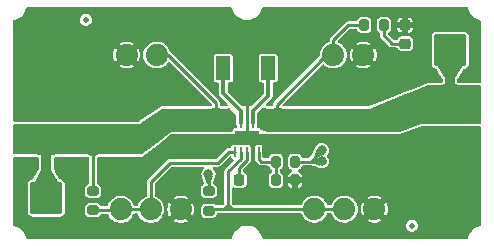
<source format=gtl>
G04 #@! TF.GenerationSoftware,KiCad,Pcbnew,8.0.3*
G04 #@! TF.CreationDate,2024-07-19T18:12:48+03:00*
G04 #@! TF.ProjectId,B-TPS63030-Brk-01Mbr-R01,422d5450-5336-4333-9033-302d42726b2d,rev?*
G04 #@! TF.SameCoordinates,Original*
G04 #@! TF.FileFunction,Copper,L1,Top*
G04 #@! TF.FilePolarity,Positive*
%FSLAX46Y46*%
G04 Gerber Fmt 4.6, Leading zero omitted, Abs format (unit mm)*
G04 Created by KiCad (PCBNEW 8.0.3) date 2024-07-19 18:12:48*
%MOMM*%
%LPD*%
G01*
G04 APERTURE LIST*
G04 Aperture macros list*
%AMRoundRect*
0 Rectangle with rounded corners*
0 $1 Rounding radius*
0 $2 $3 $4 $5 $6 $7 $8 $9 X,Y pos of 4 corners*
0 Add a 4 corners polygon primitive as box body*
4,1,4,$2,$3,$4,$5,$6,$7,$8,$9,$2,$3,0*
0 Add four circle primitives for the rounded corners*
1,1,$1+$1,$2,$3*
1,1,$1+$1,$4,$5*
1,1,$1+$1,$6,$7*
1,1,$1+$1,$8,$9*
0 Add four rect primitives between the rounded corners*
20,1,$1+$1,$2,$3,$4,$5,0*
20,1,$1+$1,$4,$5,$6,$7,0*
20,1,$1+$1,$6,$7,$8,$9,0*
20,1,$1+$1,$8,$9,$2,$3,0*%
G04 Aperture macros list end*
G04 #@! TA.AperFunction,ComponentPad*
%ADD10C,1.879600*%
G04 #@! TD*
G04 #@! TA.AperFunction,SMDPad,CuDef*
%ADD11RoundRect,0.218750X-0.256250X0.218750X-0.256250X-0.218750X0.256250X-0.218750X0.256250X0.218750X0*%
G04 #@! TD*
G04 #@! TA.AperFunction,ComponentPad*
%ADD12O,2.000000X1.700000*%
G04 #@! TD*
G04 #@! TA.AperFunction,ComponentPad*
%ADD13RoundRect,0.250000X-0.750000X0.600000X-0.750000X-0.600000X0.750000X-0.600000X0.750000X0.600000X0*%
G04 #@! TD*
G04 #@! TA.AperFunction,ComponentPad*
%ADD14RoundRect,0.250000X-1.125000X-1.125000X1.125000X-1.125000X1.125000X1.125000X-1.125000X1.125000X0*%
G04 #@! TD*
G04 #@! TA.AperFunction,SMDPad,CuDef*
%ADD15RoundRect,0.200000X-0.200000X-0.275000X0.200000X-0.275000X0.200000X0.275000X-0.200000X0.275000X0*%
G04 #@! TD*
G04 #@! TA.AperFunction,SMDPad,CuDef*
%ADD16C,0.500000*%
G04 #@! TD*
G04 #@! TA.AperFunction,SMDPad,CuDef*
%ADD17RoundRect,0.200000X0.200000X0.275000X-0.200000X0.275000X-0.200000X-0.275000X0.200000X-0.275000X0*%
G04 #@! TD*
G04 #@! TA.AperFunction,SMDPad,CuDef*
%ADD18RoundRect,0.200000X-0.275000X0.200000X-0.275000X-0.200000X0.275000X-0.200000X0.275000X0.200000X0*%
G04 #@! TD*
G04 #@! TA.AperFunction,SMDPad,CuDef*
%ADD19RoundRect,0.225000X-0.250000X0.225000X-0.250000X-0.225000X0.250000X-0.225000X0.250000X0.225000X0*%
G04 #@! TD*
G04 #@! TA.AperFunction,SMDPad,CuDef*
%ADD20R,1.200000X2.000000*%
G04 #@! TD*
G04 #@! TA.AperFunction,ComponentPad*
%ADD21RoundRect,0.250000X0.750000X-0.600000X0.750000X0.600000X-0.750000X0.600000X-0.750000X-0.600000X0*%
G04 #@! TD*
G04 #@! TA.AperFunction,SMDPad,CuDef*
%ADD22RoundRect,0.225000X-0.225000X-0.250000X0.225000X-0.250000X0.225000X0.250000X-0.225000X0.250000X0*%
G04 #@! TD*
G04 #@! TA.AperFunction,SMDPad,CuDef*
%ADD23RoundRect,0.062500X-0.062500X0.350000X-0.062500X-0.350000X0.062500X-0.350000X0.062500X0.350000X0*%
G04 #@! TD*
G04 #@! TA.AperFunction,SMDPad,CuDef*
%ADD24R,2.000000X1.200000*%
G04 #@! TD*
G04 #@! TA.AperFunction,ViaPad*
%ADD25C,0.800000*%
G04 #@! TD*
G04 #@! TA.AperFunction,Conductor*
%ADD26C,0.849000*%
G04 #@! TD*
G04 #@! TA.AperFunction,Conductor*
%ADD27C,0.250000*%
G04 #@! TD*
G04 #@! TA.AperFunction,Conductor*
%ADD28C,0.350000*%
G04 #@! TD*
G04 APERTURE END LIST*
D10*
X171215000Y-95925000D03*
X168675000Y-95925000D03*
X166135000Y-95925000D03*
D11*
X190210000Y-80312500D03*
X190210000Y-81887500D03*
D12*
X194000000Y-87450000D03*
D13*
X194000000Y-89950000D03*
D14*
X194025000Y-82450000D03*
X159825000Y-82450000D03*
D15*
X179250000Y-91875000D03*
X180900000Y-91875000D03*
D16*
X190770000Y-97310000D03*
D10*
X169170000Y-82850000D03*
X166630000Y-82850000D03*
D16*
X163180000Y-79880000D03*
D10*
X184130000Y-82850000D03*
X186670000Y-82850000D03*
D17*
X180900000Y-93425000D03*
X179250000Y-93425000D03*
D18*
X173575000Y-94375000D03*
X173575000Y-96025000D03*
D19*
X174225000Y-88625000D03*
X174225000Y-90175000D03*
D20*
X178600000Y-83975000D03*
X174800000Y-83975000D03*
D12*
X159825000Y-89950000D03*
D21*
X159825000Y-87450000D03*
D14*
X159825000Y-94950000D03*
D10*
X187605000Y-95900000D03*
X185065000Y-95900000D03*
X182525000Y-95900000D03*
D22*
X176150000Y-93425000D03*
X177700000Y-93425000D03*
D19*
X180925000Y-88625000D03*
X180925000Y-90175000D03*
D23*
X177800000Y-88625000D03*
X177300000Y-88625000D03*
X176800000Y-88625000D03*
X176300000Y-88625000D03*
X175800000Y-88625000D03*
X175800000Y-91050000D03*
X176300000Y-91050000D03*
X176800000Y-91050000D03*
X177300000Y-91050000D03*
X177800000Y-91050000D03*
D24*
X176800000Y-89837500D03*
D18*
X163800000Y-94350000D03*
X163800000Y-96000000D03*
D15*
X186755000Y-80320000D03*
X188405000Y-80320000D03*
D14*
X194000000Y-94950000D03*
D19*
X179325000Y-88625000D03*
X179325000Y-90175000D03*
D25*
X168220000Y-89530000D03*
X173550000Y-92950000D03*
X173500000Y-82350000D03*
X177425000Y-89875000D03*
X176700000Y-83975000D03*
X179875000Y-82350000D03*
X182200000Y-90150000D03*
X171770000Y-90790000D03*
X178175000Y-94975000D03*
X176050000Y-85375000D03*
X176200000Y-89850000D03*
X176700000Y-82525000D03*
X179850000Y-84450000D03*
X173475000Y-84450000D03*
X181100000Y-86600000D03*
X179850000Y-83400000D03*
X167500000Y-93950000D03*
X176800000Y-86450000D03*
X172675000Y-86650000D03*
X173475000Y-83400000D03*
X182375000Y-86600000D03*
X177450000Y-85375000D03*
X171350000Y-86650000D03*
X183150000Y-90920000D03*
X184065000Y-88650000D03*
X183160000Y-91840000D03*
X183190000Y-88650000D03*
X182365000Y-88625000D03*
D26*
X159825000Y-95350000D02*
X159825000Y-89950000D01*
D27*
X170150000Y-82850000D02*
X169170000Y-82850000D01*
X173575000Y-92975000D02*
X173550000Y-92950000D01*
X173575000Y-94375000D02*
X173575000Y-92975000D01*
X163800000Y-92375000D02*
X163800000Y-90525000D01*
X174225000Y-86925000D02*
X170150000Y-82850000D01*
X174225000Y-88625000D02*
X174225000Y-86925000D01*
X163800000Y-94350000D02*
X163800000Y-92375000D01*
X176800000Y-88625000D02*
X176800000Y-86450000D01*
X177425000Y-89875000D02*
X176800000Y-89250000D01*
X177300000Y-91050000D02*
X177300000Y-90337500D01*
X176800000Y-89250000D02*
X176800000Y-88625000D01*
X177300000Y-90337500D02*
X177550000Y-89900000D01*
X177550000Y-89900000D02*
X176800000Y-89837500D01*
X176800000Y-91050000D02*
X176800000Y-91775000D01*
X176150000Y-92425000D02*
X176150000Y-93425000D01*
X176800000Y-91775000D02*
X176150000Y-92425000D01*
D28*
X177300000Y-88625000D02*
X177300000Y-87600000D01*
X177300000Y-87600000D02*
X178600000Y-86300000D01*
X178600000Y-86300000D02*
X178600000Y-83975000D01*
X176300000Y-87600000D02*
X174800000Y-86100000D01*
X174800000Y-86100000D02*
X174800000Y-83975000D01*
X176300000Y-88625000D02*
X176300000Y-87600000D01*
D27*
X177800000Y-91650000D02*
X178025000Y-91875000D01*
X179250000Y-91875000D02*
X179250000Y-93425000D01*
X177800000Y-91050000D02*
X177800000Y-91650000D01*
X178025000Y-91875000D02*
X179250000Y-91875000D01*
X175250000Y-91050000D02*
X175800000Y-91050000D01*
X170275000Y-91975000D02*
X171750000Y-91975000D01*
X166135000Y-95925000D02*
X168675000Y-95925000D01*
X166060000Y-96000000D02*
X166135000Y-95925000D01*
X168675000Y-95925000D02*
X168675000Y-93575000D01*
X168675000Y-93575000D02*
X170275000Y-91975000D01*
X163800000Y-96000000D02*
X166060000Y-96000000D01*
X174325000Y-91975000D02*
X175250000Y-91050000D01*
X171750000Y-91975000D02*
X174325000Y-91975000D01*
X173700000Y-95900000D02*
X174875000Y-95900000D01*
X175525000Y-95875000D02*
X175525000Y-95900000D01*
X175225000Y-95575000D02*
X175225000Y-95875000D01*
X175525000Y-95900000D02*
X182525000Y-95900000D01*
X175225000Y-95875000D02*
X175250000Y-95900000D01*
X175225000Y-95575000D02*
X174900000Y-95900000D01*
X173575000Y-96025000D02*
X173575000Y-95875000D01*
X175225000Y-92713604D02*
X175225000Y-95575000D01*
X174900000Y-95900000D02*
X174875000Y-95900000D01*
X182525000Y-95900000D02*
X185065000Y-95900000D01*
X175250000Y-95900000D02*
X175525000Y-95900000D01*
X176300000Y-91050000D02*
X176300000Y-91638604D01*
X174875000Y-95900000D02*
X175250000Y-95900000D01*
X173575000Y-96025000D02*
X173700000Y-95900000D01*
X176300000Y-91638604D02*
X175225000Y-92713604D01*
X175225000Y-95575000D02*
X175525000Y-95875000D01*
X190210000Y-81887500D02*
X189117500Y-81887500D01*
X188405000Y-81175000D02*
X188405000Y-80320000D01*
X189117500Y-81887500D02*
X188405000Y-81175000D01*
X179325000Y-88625000D02*
X179325000Y-87050000D01*
X184130000Y-81580000D02*
X184130000Y-82850000D01*
X183200000Y-91875000D02*
X183425000Y-91875000D01*
X185390000Y-80320000D02*
X184130000Y-81580000D01*
X179325000Y-87050000D02*
X183525000Y-82850000D01*
X183200000Y-91875000D02*
X183350000Y-91875000D01*
X177800000Y-88625000D02*
X177800000Y-88375000D01*
X180900000Y-91875000D02*
X182195000Y-91875000D01*
X183525000Y-82850000D02*
X184130000Y-82850000D01*
X177800000Y-88775000D02*
X177800000Y-88625000D01*
D26*
X194000000Y-87450000D02*
X194000000Y-82300000D01*
D27*
X180925000Y-88625000D02*
X180950000Y-88625000D01*
X180900000Y-91875000D02*
X183200000Y-91875000D01*
D26*
X194000000Y-82300000D02*
X194025000Y-82275000D01*
D27*
X186755000Y-80320000D02*
X185390000Y-80320000D01*
X182195000Y-91875000D02*
X183150000Y-90920000D01*
G04 #@! TA.AperFunction,Conductor*
G36*
X174483935Y-87340780D02*
G01*
X174494169Y-87346504D01*
X174549563Y-87377490D01*
X174616602Y-87397175D01*
X174674500Y-87405500D01*
X174674504Y-87405500D01*
X175069605Y-87405500D01*
X175070055Y-87405491D01*
X175076937Y-87405369D01*
X175085783Y-87405053D01*
X175150262Y-87392227D01*
X175215726Y-87367810D01*
X175238695Y-87357603D01*
X175238695Y-87357602D01*
X175241870Y-87356192D01*
X175311126Y-87346956D01*
X175374382Y-87376629D01*
X175381379Y-87383324D01*
X175889654Y-87909125D01*
X175922095Y-87971007D01*
X175924500Y-87995308D01*
X175924500Y-88674435D01*
X175950090Y-88769938D01*
X175950091Y-88769939D01*
X175950091Y-88769940D01*
X175957887Y-88783443D01*
X175974500Y-88845441D01*
X175974500Y-88903805D01*
X175974501Y-88912998D01*
X175954817Y-88980038D01*
X175902014Y-89025794D01*
X175850501Y-89037000D01*
X175780247Y-89037000D01*
X175721770Y-89048631D01*
X175721769Y-89048632D01*
X175655447Y-89092947D01*
X175611132Y-89159269D01*
X175611131Y-89159270D01*
X175599500Y-89217747D01*
X175599500Y-89220500D01*
X175599092Y-89221887D01*
X175598903Y-89223812D01*
X175598538Y-89223776D01*
X175579815Y-89287539D01*
X175527011Y-89333294D01*
X175475500Y-89344500D01*
X170492754Y-89344500D01*
X170485035Y-89344678D01*
X170483215Y-89344721D01*
X170471724Y-89345254D01*
X170405332Y-89359574D01*
X170405329Y-89359575D01*
X170340404Y-89385390D01*
X170340400Y-89385391D01*
X170340396Y-89385394D01*
X170289683Y-89414514D01*
X169176397Y-90285780D01*
X169174086Y-90287545D01*
X167889812Y-91244916D01*
X167824298Y-91269202D01*
X167815701Y-91269500D01*
X164249492Y-91269500D01*
X164205813Y-91274197D01*
X164154325Y-91285397D01*
X164144127Y-91287890D01*
X164144120Y-91287892D01*
X164063420Y-91330896D01*
X164063410Y-91330903D01*
X164057633Y-91335909D01*
X163994075Y-91364930D01*
X163976152Y-91366191D01*
X163627333Y-91365393D01*
X163563064Y-91346362D01*
X163562995Y-91346487D01*
X163562442Y-91346177D01*
X163560339Y-91345555D01*
X163556501Y-91342854D01*
X163475440Y-91297511D01*
X163475435Y-91297509D01*
X163408403Y-91277826D01*
X163408399Y-91277825D01*
X163408398Y-91277825D01*
X163350500Y-91269500D01*
X160574000Y-91269500D01*
X160573992Y-91269500D01*
X160530313Y-91274197D01*
X160478825Y-91285397D01*
X160468627Y-91287890D01*
X160387913Y-91330900D01*
X160382178Y-91334840D01*
X160380658Y-91332627D01*
X160328188Y-91356552D01*
X160310332Y-91357803D01*
X159336783Y-91355575D01*
X159276534Y-91339796D01*
X159200937Y-91297510D01*
X159200935Y-91297509D01*
X159133903Y-91277826D01*
X159133899Y-91277825D01*
X159133898Y-91277825D01*
X159076000Y-91269500D01*
X157149485Y-91269500D01*
X157082446Y-91249815D01*
X157036691Y-91197011D01*
X157025485Y-91145500D01*
X157025485Y-88829500D01*
X157045170Y-88762461D01*
X157097974Y-88716706D01*
X157149485Y-88705500D01*
X167637059Y-88705500D01*
X167637161Y-88705499D01*
X167639379Y-88705487D01*
X167642203Y-88705455D01*
X167702246Y-88695774D01*
X167768820Y-88674568D01*
X167821459Y-88649065D01*
X169631442Y-87426737D01*
X169698016Y-87405532D01*
X169700840Y-87405500D01*
X173740315Y-87405500D01*
X173740765Y-87405491D01*
X173747647Y-87405369D01*
X173756493Y-87405053D01*
X173820972Y-87392227D01*
X173886436Y-87367810D01*
X173909405Y-87357603D01*
X173913104Y-87354462D01*
X173976953Y-87326088D01*
X173993346Y-87325000D01*
X174423401Y-87325000D01*
X174483935Y-87340780D01*
G37*
G04 #@! TD.AperFunction*
G04 #@! TA.AperFunction,Conductor*
G36*
X194558435Y-85340780D02*
G01*
X194568669Y-85346504D01*
X194624063Y-85377490D01*
X194691102Y-85397175D01*
X194749000Y-85405500D01*
X194749004Y-85405500D01*
X196500485Y-85405500D01*
X196567524Y-85425185D01*
X196613279Y-85477989D01*
X196624485Y-85529500D01*
X196624485Y-88545500D01*
X196604800Y-88612539D01*
X196551996Y-88658294D01*
X196500485Y-88669500D01*
X191647187Y-88669500D01*
X191610986Y-88672715D01*
X191567972Y-88680414D01*
X191532905Y-88689956D01*
X191532880Y-88689964D01*
X189784033Y-89336800D01*
X189741018Y-89344500D01*
X178512102Y-89344500D01*
X178478914Y-89339976D01*
X178067975Y-89225826D01*
X178008650Y-89188917D01*
X177996187Y-89169066D01*
X177995652Y-89169424D01*
X177944552Y-89092947D01*
X177878230Y-89048632D01*
X177878229Y-89048631D01*
X177819752Y-89037000D01*
X177819748Y-89037000D01*
X177749500Y-89037000D01*
X177682461Y-89017315D01*
X177636706Y-88964511D01*
X177625500Y-88913002D01*
X177625499Y-88845445D01*
X177642113Y-88783441D01*
X177649910Y-88769938D01*
X177675500Y-88674435D01*
X177675500Y-87806898D01*
X177695185Y-87739859D01*
X177711815Y-87719221D01*
X178094494Y-87336541D01*
X178155813Y-87303059D01*
X178182500Y-87300226D01*
X178242084Y-87300389D01*
X178309066Y-87320256D01*
X178318324Y-87327817D01*
X178318601Y-87327456D01*
X178325648Y-87332845D01*
X178405458Y-87377488D01*
X178405462Y-87377490D01*
X178472501Y-87397175D01*
X178530399Y-87405500D01*
X178530403Y-87405500D01*
X178875491Y-87405500D01*
X178875500Y-87405500D01*
X178919184Y-87400803D01*
X178958606Y-87392227D01*
X178970674Y-87389602D01*
X178970690Y-87389598D01*
X178970695Y-87389597D01*
X178980873Y-87387110D01*
X179061585Y-87344100D01*
X179074187Y-87333179D01*
X179137740Y-87304155D01*
X179155724Y-87302892D01*
X179650907Y-87304249D01*
X179717889Y-87324117D01*
X179725887Y-87329747D01*
X179729932Y-87332840D01*
X179729935Y-87332843D01*
X179750058Y-87344099D01*
X179792446Y-87367810D01*
X179809752Y-87377490D01*
X179876791Y-87397175D01*
X179934689Y-87405500D01*
X179934693Y-87405500D01*
X187102508Y-87405500D01*
X187102514Y-87405500D01*
X187139180Y-87402203D01*
X187182719Y-87394308D01*
X187190265Y-87392227D01*
X187218199Y-87384524D01*
X187218201Y-87384523D01*
X187218209Y-87384521D01*
X188595206Y-86868146D01*
X188598425Y-86866907D01*
X188602298Y-86865380D01*
X188605496Y-86864089D01*
X190429464Y-86109345D01*
X190429464Y-86109344D01*
X190778491Y-85964918D01*
X192117920Y-85414797D01*
X192165030Y-85405500D01*
X193250991Y-85405500D01*
X193251000Y-85405500D01*
X193294684Y-85400803D01*
X193323875Y-85394452D01*
X193346174Y-85389602D01*
X193346190Y-85389598D01*
X193346195Y-85389597D01*
X193356373Y-85387110D01*
X193437085Y-85344100D01*
X193437085Y-85344099D01*
X193443231Y-85340825D01*
X193444441Y-85343097D01*
X193499592Y-85325058D01*
X193503377Y-85325000D01*
X194497901Y-85325000D01*
X194558435Y-85340780D01*
G37*
G04 #@! TD.AperFunction*
G04 #@! TA.AperFunction,Conductor*
G36*
X196567524Y-88894685D02*
G01*
X196613279Y-88947489D01*
X196624485Y-88999000D01*
X196624485Y-97208878D01*
X196604800Y-97275917D01*
X196551996Y-97321672D01*
X196527938Y-97328904D01*
X196528122Y-97329678D01*
X196523365Y-97330809D01*
X196327749Y-97393945D01*
X196327735Y-97393951D01*
X196144486Y-97487019D01*
X196144476Y-97487025D01*
X195978099Y-97607735D01*
X195832760Y-97753071D01*
X195832753Y-97753079D01*
X195712041Y-97919448D01*
X195712036Y-97919456D01*
X195618960Y-98102712D01*
X195618958Y-98102716D01*
X195555818Y-98298329D01*
X195554689Y-98303077D01*
X195552632Y-98302587D01*
X195526611Y-98357790D01*
X195467381Y-98394852D01*
X195433886Y-98399461D01*
X178216056Y-98399461D01*
X178149017Y-98379776D01*
X178103262Y-98326972D01*
X178093545Y-98294619D01*
X178093228Y-98292594D01*
X178093228Y-98292592D01*
X178024683Y-98086501D01*
X177922906Y-97894633D01*
X177863471Y-97817151D01*
X177790721Y-97722310D01*
X177790707Y-97722296D01*
X177631780Y-97574291D01*
X177631776Y-97574288D01*
X177450485Y-97454681D01*
X177450476Y-97454676D01*
X177251867Y-97366800D01*
X177251865Y-97366799D01*
X177041423Y-97313077D01*
X177041422Y-97313076D01*
X177041419Y-97313076D01*
X177004584Y-97310000D01*
X190264353Y-97310000D01*
X190284834Y-97452456D01*
X190340473Y-97574286D01*
X190344623Y-97583373D01*
X190438872Y-97692143D01*
X190559947Y-97769953D01*
X190559950Y-97769954D01*
X190559949Y-97769954D01*
X190698036Y-97810499D01*
X190698038Y-97810500D01*
X190698039Y-97810500D01*
X190841962Y-97810500D01*
X190841962Y-97810499D01*
X190980053Y-97769953D01*
X191101128Y-97692143D01*
X191195377Y-97583373D01*
X191255165Y-97452457D01*
X191275647Y-97310000D01*
X191255165Y-97167543D01*
X191195377Y-97036627D01*
X191101128Y-96927857D01*
X190980053Y-96850047D01*
X190980051Y-96850046D01*
X190980049Y-96850045D01*
X190980050Y-96850045D01*
X190841963Y-96809500D01*
X190841961Y-96809500D01*
X190698039Y-96809500D01*
X190698036Y-96809500D01*
X190559949Y-96850045D01*
X190438873Y-96927856D01*
X190344623Y-97036626D01*
X190344622Y-97036628D01*
X190284834Y-97167543D01*
X190264353Y-97310000D01*
X177004584Y-97310000D01*
X176849100Y-97297016D01*
X176824986Y-97295003D01*
X176824985Y-97295003D01*
X176608551Y-97313076D01*
X176398105Y-97366799D01*
X176240480Y-97436542D01*
X176204516Y-97452456D01*
X176199487Y-97454681D01*
X176199481Y-97454684D01*
X176018195Y-97574288D01*
X176018191Y-97574291D01*
X175859264Y-97722296D01*
X175859257Y-97722303D01*
X175752755Y-97861145D01*
X175727066Y-97894634D01*
X175727063Y-97894640D01*
X175625288Y-98086501D01*
X175556745Y-98292587D01*
X175556744Y-98292591D01*
X175556427Y-98294622D01*
X175556066Y-98295386D01*
X175555532Y-98297589D01*
X175555079Y-98297479D01*
X175526620Y-98357814D01*
X175467380Y-98394860D01*
X175433916Y-98399461D01*
X158216129Y-98399461D01*
X158149090Y-98379776D01*
X158103335Y-98326972D01*
X158096105Y-98302876D01*
X158095324Y-98303062D01*
X158094196Y-98298320D01*
X158031058Y-98102717D01*
X158031053Y-98102701D01*
X158031052Y-98102699D01*
X158031051Y-98102696D01*
X157937968Y-97919435D01*
X157937962Y-97919424D01*
X157817248Y-97753057D01*
X157817246Y-97753054D01*
X157671890Y-97607707D01*
X157505509Y-97486996D01*
X157505502Y-97486992D01*
X157505497Y-97486989D01*
X157322236Y-97393922D01*
X157322232Y-97393920D01*
X157322231Y-97393920D01*
X157126609Y-97330787D01*
X157126602Y-97330785D01*
X157121859Y-97329658D01*
X157122348Y-97327597D01*
X157067153Y-97301579D01*
X157030094Y-97242347D01*
X157025485Y-97208856D01*
X157025485Y-91599000D01*
X157045170Y-91531961D01*
X157097974Y-91486206D01*
X157149485Y-91475000D01*
X159076000Y-91475000D01*
X159143039Y-91494685D01*
X159188794Y-91547489D01*
X159200000Y-91599000D01*
X159200000Y-92478265D01*
X159183473Y-92540116D01*
X158738576Y-93313179D01*
X158688076Y-93361465D01*
X158642680Y-93374786D01*
X158615300Y-93377353D01*
X158615298Y-93377353D01*
X158487119Y-93422206D01*
X158487117Y-93422207D01*
X158377850Y-93502850D01*
X158297207Y-93612117D01*
X158297206Y-93612119D01*
X158252353Y-93740298D01*
X158252353Y-93740300D01*
X158249500Y-93770730D01*
X158249500Y-96129269D01*
X158252353Y-96159699D01*
X158252353Y-96159701D01*
X158294963Y-96281469D01*
X158297207Y-96287882D01*
X158377850Y-96397150D01*
X158487118Y-96477793D01*
X158529845Y-96492744D01*
X158615299Y-96522646D01*
X158645730Y-96525500D01*
X158645734Y-96525500D01*
X161004270Y-96525500D01*
X161034699Y-96522646D01*
X161034701Y-96522646D01*
X161098790Y-96500219D01*
X161162882Y-96477793D01*
X161272150Y-96397150D01*
X161352793Y-96287882D01*
X161379373Y-96211920D01*
X161397646Y-96159701D01*
X161397646Y-96159699D01*
X161400500Y-96129269D01*
X161400500Y-95768475D01*
X163124500Y-95768475D01*
X163124500Y-96231517D01*
X163131950Y-96278553D01*
X163139354Y-96325304D01*
X163196950Y-96438342D01*
X163196952Y-96438344D01*
X163196954Y-96438347D01*
X163286652Y-96528045D01*
X163286654Y-96528046D01*
X163286658Y-96528050D01*
X163399694Y-96585645D01*
X163399698Y-96585647D01*
X163493475Y-96600499D01*
X163493481Y-96600500D01*
X164106518Y-96600499D01*
X164200304Y-96585646D01*
X164313342Y-96528050D01*
X164403050Y-96438342D01*
X164426049Y-96393203D01*
X164474023Y-96342409D01*
X164536533Y-96325500D01*
X164983802Y-96325500D01*
X165050841Y-96345185D01*
X165094802Y-96394228D01*
X165161344Y-96527862D01*
X165288699Y-96696508D01*
X165412647Y-96809500D01*
X165444872Y-96838877D01*
X165624547Y-96950128D01*
X165821605Y-97026468D01*
X166029336Y-97065300D01*
X166029338Y-97065300D01*
X166240662Y-97065300D01*
X166240664Y-97065300D01*
X166448395Y-97026468D01*
X166645453Y-96950128D01*
X166825128Y-96838877D01*
X166981302Y-96696506D01*
X167108656Y-96527862D01*
X167202853Y-96338689D01*
X167202856Y-96338678D01*
X167204919Y-96333353D01*
X167206484Y-96333959D01*
X167239602Y-96281469D01*
X167302913Y-96251914D01*
X167321585Y-96250500D01*
X167488415Y-96250500D01*
X167555454Y-96270185D01*
X167601209Y-96322989D01*
X167605032Y-96333371D01*
X167605081Y-96333353D01*
X167607146Y-96338687D01*
X167607147Y-96338689D01*
X167607147Y-96338690D01*
X167607151Y-96338699D01*
X167701344Y-96527862D01*
X167828699Y-96696508D01*
X167952647Y-96809500D01*
X167984872Y-96838877D01*
X168164547Y-96950128D01*
X168361605Y-97026468D01*
X168569336Y-97065300D01*
X168569338Y-97065300D01*
X168780662Y-97065300D01*
X168780664Y-97065300D01*
X168988395Y-97026468D01*
X169185453Y-96950128D01*
X169365128Y-96838877D01*
X169521302Y-96696506D01*
X169648656Y-96527862D01*
X169742853Y-96338689D01*
X169742853Y-96338686D01*
X169742855Y-96338684D01*
X169800685Y-96135429D01*
X169800686Y-96135426D01*
X169820185Y-95925000D01*
X169820185Y-95924999D01*
X170070317Y-95924999D01*
X170070317Y-95925000D01*
X170089806Y-96135334D01*
X170147614Y-96338504D01*
X170147619Y-96338517D01*
X170241771Y-96527598D01*
X170249118Y-96537327D01*
X170725504Y-96060941D01*
X170741619Y-96121081D01*
X170808498Y-96236920D01*
X170903080Y-96331502D01*
X171018919Y-96398381D01*
X171079057Y-96414494D01*
X170605401Y-96888150D01*
X170704770Y-96949677D01*
X170704771Y-96949678D01*
X170901740Y-97025983D01*
X171109384Y-97064800D01*
X171320616Y-97064800D01*
X171528259Y-97025983D01*
X171725228Y-96949678D01*
X171725232Y-96949676D01*
X171824596Y-96888151D01*
X171824596Y-96888150D01*
X171350942Y-96414494D01*
X171411081Y-96398381D01*
X171526920Y-96331502D01*
X171621502Y-96236920D01*
X171688381Y-96121081D01*
X171704495Y-96060941D01*
X172180880Y-96537326D01*
X172180881Y-96537326D01*
X172188228Y-96527598D01*
X172282380Y-96338517D01*
X172282385Y-96338504D01*
X172340193Y-96135334D01*
X172359683Y-95925000D01*
X172359683Y-95924999D01*
X172340193Y-95714665D01*
X172282385Y-95511495D01*
X172282380Y-95511482D01*
X172188232Y-95322407D01*
X172188227Y-95322399D01*
X172180880Y-95312671D01*
X171704494Y-95789057D01*
X171688381Y-95728919D01*
X171621502Y-95613080D01*
X171526920Y-95518498D01*
X171411081Y-95451619D01*
X171350941Y-95435504D01*
X171824597Y-94961848D01*
X171725227Y-94900321D01*
X171725226Y-94900320D01*
X171528259Y-94824016D01*
X171320616Y-94785200D01*
X171109384Y-94785200D01*
X170901740Y-94824016D01*
X170704772Y-94900321D01*
X170704765Y-94900325D01*
X170605402Y-94961847D01*
X170605401Y-94961848D01*
X171079058Y-95435504D01*
X171018919Y-95451619D01*
X170903080Y-95518498D01*
X170808498Y-95613080D01*
X170741619Y-95728919D01*
X170725504Y-95789058D01*
X170249118Y-95312672D01*
X170249117Y-95312672D01*
X170241770Y-95322402D01*
X170147619Y-95511482D01*
X170147614Y-95511495D01*
X170089806Y-95714665D01*
X170070317Y-95924999D01*
X169820185Y-95924999D01*
X169800686Y-95714573D01*
X169800685Y-95714570D01*
X169742855Y-95511315D01*
X169742852Y-95511309D01*
X169725515Y-95476492D01*
X169648656Y-95322138D01*
X169521302Y-95153494D01*
X169521300Y-95153491D01*
X169365129Y-95011124D01*
X169365128Y-95011123D01*
X169185453Y-94899872D01*
X169185443Y-94899867D01*
X169079706Y-94858904D01*
X169024304Y-94816332D01*
X169000714Y-94750565D01*
X169000500Y-94743278D01*
X169000500Y-93761188D01*
X169020185Y-93694149D01*
X169036819Y-93673507D01*
X170373507Y-92336819D01*
X170434830Y-92303334D01*
X170461188Y-92300500D01*
X173044723Y-92300500D01*
X173111762Y-92320185D01*
X173157517Y-92372989D01*
X173167461Y-92442147D01*
X173138436Y-92505703D01*
X173126269Y-92517166D01*
X173121722Y-92521713D01*
X173121718Y-92521717D01*
X173121718Y-92521718D01*
X173100766Y-92549023D01*
X173025463Y-92647160D01*
X172964956Y-92793237D01*
X172964955Y-92793239D01*
X172944318Y-92949998D01*
X172944318Y-92950001D01*
X172964956Y-93106765D01*
X172985769Y-93157012D01*
X172992706Y-93179680D01*
X172992759Y-93179941D01*
X172995514Y-93193446D01*
X173102971Y-93449362D01*
X173188619Y-93653339D01*
X173196424Y-93722771D01*
X173165451Y-93785401D01*
X173130585Y-93811829D01*
X173061659Y-93846949D01*
X173061652Y-93846954D01*
X172971954Y-93936652D01*
X172971951Y-93936657D01*
X172971950Y-93936658D01*
X172952751Y-93974337D01*
X172914352Y-94049698D01*
X172899500Y-94143475D01*
X172899500Y-94606517D01*
X172910292Y-94674657D01*
X172914354Y-94700304D01*
X172971950Y-94813342D01*
X172971952Y-94813344D01*
X172971954Y-94813347D01*
X173061652Y-94903045D01*
X173061654Y-94903046D01*
X173061658Y-94903050D01*
X173174694Y-94960645D01*
X173174698Y-94960647D01*
X173268475Y-94975499D01*
X173268481Y-94975500D01*
X173881518Y-94975499D01*
X173975304Y-94960646D01*
X174088342Y-94903050D01*
X174178050Y-94813342D01*
X174235646Y-94700304D01*
X174235646Y-94700302D01*
X174235647Y-94700301D01*
X174250499Y-94606524D01*
X174250500Y-94606519D01*
X174250499Y-94143482D01*
X174235646Y-94049696D01*
X174178050Y-93936658D01*
X174178046Y-93936654D01*
X174178045Y-93936652D01*
X174088347Y-93846954D01*
X174088343Y-93846951D01*
X174088342Y-93846950D01*
X174045854Y-93825301D01*
X174008740Y-93806390D01*
X173957945Y-93758416D01*
X173941150Y-93690594D01*
X173947706Y-93655784D01*
X174110448Y-93179941D01*
X174111458Y-93173237D01*
X174119511Y-93144260D01*
X174135044Y-93106762D01*
X174155682Y-92950000D01*
X174150633Y-92911652D01*
X174135044Y-92793239D01*
X174135044Y-92793238D01*
X174074536Y-92647159D01*
X173978282Y-92521718D01*
X173978279Y-92521715D01*
X173978277Y-92521713D01*
X173972535Y-92515971D01*
X173973814Y-92514691D01*
X173938587Y-92466445D01*
X173934434Y-92396699D01*
X173968647Y-92335780D01*
X174030365Y-92303028D01*
X174055277Y-92300500D01*
X174367851Y-92300500D01*
X174367853Y-92300500D01*
X174450639Y-92278318D01*
X174524862Y-92235465D01*
X175290571Y-91469754D01*
X175351892Y-91436271D01*
X175421583Y-91441255D01*
X175477517Y-91483126D01*
X175482872Y-91492530D01*
X175482974Y-91492462D01*
X175533769Y-91568482D01*
X175547888Y-91589612D01*
X175626540Y-91642165D01*
X175671344Y-91695775D01*
X175680051Y-91765100D01*
X175649897Y-91828128D01*
X175645329Y-91832947D01*
X174964537Y-92513739D01*
X174964533Y-92513745D01*
X174921681Y-92587965D01*
X174921682Y-92587966D01*
X174899500Y-92670751D01*
X174899500Y-95388811D01*
X174879815Y-95455850D01*
X174863181Y-95476492D01*
X174801492Y-95538181D01*
X174740169Y-95571666D01*
X174713811Y-95574500D01*
X174217254Y-95574500D01*
X174150215Y-95554815D01*
X174129572Y-95538180D01*
X174088346Y-95496953D01*
X174088344Y-95496952D01*
X174088342Y-95496950D01*
X174007679Y-95455850D01*
X173975301Y-95439352D01*
X173881524Y-95424500D01*
X173268482Y-95424500D01*
X173187519Y-95437323D01*
X173174696Y-95439354D01*
X173061658Y-95496950D01*
X173061657Y-95496951D01*
X173061652Y-95496954D01*
X172971954Y-95586652D01*
X172971951Y-95586657D01*
X172971950Y-95586658D01*
X172966127Y-95598086D01*
X172914352Y-95699698D01*
X172899500Y-95793475D01*
X172899500Y-96256517D01*
X172907417Y-96306502D01*
X172914354Y-96350304D01*
X172971950Y-96463342D01*
X172971952Y-96463344D01*
X172971954Y-96463347D01*
X173061652Y-96553045D01*
X173061654Y-96553046D01*
X173061658Y-96553050D01*
X173174694Y-96610645D01*
X173174698Y-96610647D01*
X173268475Y-96625499D01*
X173268481Y-96625500D01*
X173881518Y-96625499D01*
X173975304Y-96610646D01*
X174088342Y-96553050D01*
X174178050Y-96463342D01*
X174235646Y-96350304D01*
X174238845Y-96330102D01*
X174268774Y-96266968D01*
X174328085Y-96230037D01*
X174361319Y-96225500D01*
X174832147Y-96225500D01*
X174857147Y-96225500D01*
X174942853Y-96225500D01*
X175207147Y-96225500D01*
X175482147Y-96225500D01*
X181338415Y-96225500D01*
X181405454Y-96245185D01*
X181451209Y-96297989D01*
X181455032Y-96308371D01*
X181455081Y-96308353D01*
X181457146Y-96313687D01*
X181457147Y-96313689D01*
X181457147Y-96313690D01*
X181457151Y-96313699D01*
X181551344Y-96502862D01*
X181678699Y-96671508D01*
X181813050Y-96793983D01*
X181834872Y-96813877D01*
X182014547Y-96925128D01*
X182211605Y-97001468D01*
X182419336Y-97040300D01*
X182419338Y-97040300D01*
X182630662Y-97040300D01*
X182630664Y-97040300D01*
X182838395Y-97001468D01*
X183035453Y-96925128D01*
X183215128Y-96813877D01*
X183371302Y-96671506D01*
X183498656Y-96502862D01*
X183592853Y-96313689D01*
X183592856Y-96313678D01*
X183594919Y-96308353D01*
X183596484Y-96308959D01*
X183629602Y-96256469D01*
X183692913Y-96226914D01*
X183711585Y-96225500D01*
X183878415Y-96225500D01*
X183945454Y-96245185D01*
X183991209Y-96297989D01*
X183995032Y-96308371D01*
X183995081Y-96308353D01*
X183997146Y-96313687D01*
X183997147Y-96313689D01*
X183997147Y-96313690D01*
X183997151Y-96313699D01*
X184091344Y-96502862D01*
X184218699Y-96671508D01*
X184353050Y-96793983D01*
X184374872Y-96813877D01*
X184554547Y-96925128D01*
X184751605Y-97001468D01*
X184959336Y-97040300D01*
X184959338Y-97040300D01*
X185170662Y-97040300D01*
X185170664Y-97040300D01*
X185378395Y-97001468D01*
X185575453Y-96925128D01*
X185755128Y-96813877D01*
X185911302Y-96671506D01*
X186038656Y-96502862D01*
X186132853Y-96313689D01*
X186132853Y-96313686D01*
X186132855Y-96313684D01*
X186185326Y-96129266D01*
X186190686Y-96110427D01*
X186210185Y-95900000D01*
X186210185Y-95899999D01*
X186460317Y-95899999D01*
X186460317Y-95900000D01*
X186479806Y-96110334D01*
X186537614Y-96313504D01*
X186537619Y-96313517D01*
X186631771Y-96502598D01*
X186639118Y-96512327D01*
X187115504Y-96035941D01*
X187131619Y-96096081D01*
X187198498Y-96211920D01*
X187293080Y-96306502D01*
X187408919Y-96373381D01*
X187469057Y-96389494D01*
X186995401Y-96863150D01*
X187094770Y-96924677D01*
X187094771Y-96924678D01*
X187291740Y-97000983D01*
X187499384Y-97039800D01*
X187710616Y-97039800D01*
X187918259Y-97000983D01*
X188115228Y-96924678D01*
X188115232Y-96924676D01*
X188214596Y-96863151D01*
X188214596Y-96863150D01*
X187740942Y-96389494D01*
X187801081Y-96373381D01*
X187916920Y-96306502D01*
X188011502Y-96211920D01*
X188078381Y-96096081D01*
X188094495Y-96035941D01*
X188570880Y-96512326D01*
X188570881Y-96512326D01*
X188578228Y-96502598D01*
X188672380Y-96313517D01*
X188672385Y-96313504D01*
X188730193Y-96110334D01*
X188749683Y-95900000D01*
X188749683Y-95899999D01*
X188730193Y-95689665D01*
X188672385Y-95486495D01*
X188672380Y-95486482D01*
X188578232Y-95297407D01*
X188578227Y-95297399D01*
X188570880Y-95287671D01*
X188094494Y-95764057D01*
X188078381Y-95703919D01*
X188011502Y-95588080D01*
X187916920Y-95493498D01*
X187801081Y-95426619D01*
X187740941Y-95410504D01*
X188214597Y-94936848D01*
X188115227Y-94875321D01*
X188115226Y-94875320D01*
X187918259Y-94799016D01*
X187710616Y-94760200D01*
X187499384Y-94760200D01*
X187291740Y-94799016D01*
X187094772Y-94875321D01*
X187094765Y-94875325D01*
X186995402Y-94936847D01*
X186995401Y-94936848D01*
X187469058Y-95410504D01*
X187408919Y-95426619D01*
X187293080Y-95493498D01*
X187198498Y-95588080D01*
X187131619Y-95703919D01*
X187115504Y-95764058D01*
X186639118Y-95287672D01*
X186639117Y-95287672D01*
X186631770Y-95297402D01*
X186537619Y-95486482D01*
X186537614Y-95486495D01*
X186479806Y-95689665D01*
X186460317Y-95899999D01*
X186210185Y-95899999D01*
X186190686Y-95689573D01*
X186161809Y-95588080D01*
X186132855Y-95486315D01*
X186132852Y-95486309D01*
X186097428Y-95415169D01*
X186038656Y-95297138D01*
X185911302Y-95128494D01*
X185911300Y-95128491D01*
X185755129Y-94986124D01*
X185755128Y-94986123D01*
X185575453Y-94874872D01*
X185575452Y-94874871D01*
X185431365Y-94819052D01*
X185378395Y-94798532D01*
X185170664Y-94759700D01*
X184959336Y-94759700D01*
X184751605Y-94798532D01*
X184751602Y-94798532D01*
X184751602Y-94798533D01*
X184554547Y-94874871D01*
X184554546Y-94874872D01*
X184374870Y-94986124D01*
X184218699Y-95128491D01*
X184091344Y-95297137D01*
X183997151Y-95486300D01*
X183995081Y-95491647D01*
X183993515Y-95491040D01*
X183960398Y-95543531D01*
X183897087Y-95573086D01*
X183878415Y-95574500D01*
X183711585Y-95574500D01*
X183644546Y-95554815D01*
X183598791Y-95502011D01*
X183594967Y-95491628D01*
X183594919Y-95491647D01*
X183592854Y-95486315D01*
X183592853Y-95486311D01*
X183577685Y-95455850D01*
X183511234Y-95322399D01*
X183498656Y-95297138D01*
X183371302Y-95128494D01*
X183371300Y-95128491D01*
X183215129Y-94986124D01*
X183215128Y-94986123D01*
X183035453Y-94874872D01*
X183035452Y-94874871D01*
X182891365Y-94819052D01*
X182838395Y-94798532D01*
X182630664Y-94759700D01*
X182419336Y-94759700D01*
X182211605Y-94798532D01*
X182211602Y-94798532D01*
X182211602Y-94798533D01*
X182014547Y-94874871D01*
X182014546Y-94874872D01*
X181834870Y-94986124D01*
X181678699Y-95128491D01*
X181551344Y-95297137D01*
X181457151Y-95486300D01*
X181455081Y-95491647D01*
X181453515Y-95491040D01*
X181420398Y-95543531D01*
X181357087Y-95573086D01*
X181338415Y-95574500D01*
X175736189Y-95574500D01*
X175669150Y-95554815D01*
X175648508Y-95538181D01*
X175586819Y-95476492D01*
X175553334Y-95415169D01*
X175550500Y-95388811D01*
X175550500Y-94164081D01*
X175570185Y-94097042D01*
X175622989Y-94051287D01*
X175692147Y-94041343D01*
X175730789Y-94053595D01*
X175791874Y-94084719D01*
X175791875Y-94084719D01*
X175791877Y-94084720D01*
X175891507Y-94100500D01*
X175891512Y-94100500D01*
X176408493Y-94100500D01*
X176508121Y-94084720D01*
X176508121Y-94084719D01*
X176508126Y-94084719D01*
X176628220Y-94023528D01*
X176723528Y-93928220D01*
X176784719Y-93808126D01*
X176787692Y-93789354D01*
X176800500Y-93708493D01*
X176800500Y-93141506D01*
X176784720Y-93041878D01*
X176784719Y-93041876D01*
X176784719Y-93041874D01*
X176723528Y-92921780D01*
X176723526Y-92921778D01*
X176723523Y-92921774D01*
X176628225Y-92826476D01*
X176628222Y-92826474D01*
X176628220Y-92826472D01*
X176543204Y-92783154D01*
X176492409Y-92735180D01*
X176475500Y-92672670D01*
X176475500Y-92611187D01*
X176495185Y-92544148D01*
X176511815Y-92523510D01*
X176989652Y-92045672D01*
X176989657Y-92045669D01*
X176999860Y-92035465D01*
X176999862Y-92035465D01*
X177060465Y-91974862D01*
X177085126Y-91932147D01*
X177103318Y-91900639D01*
X177125500Y-91817853D01*
X177125500Y-91732147D01*
X177125500Y-91007147D01*
X177125500Y-90997158D01*
X177125499Y-90997144D01*
X177125499Y-90674102D01*
X177125499Y-90674100D01*
X177125498Y-90674094D01*
X177474500Y-90674094D01*
X177474500Y-91692852D01*
X177496682Y-91775640D01*
X177518108Y-91812750D01*
X177539535Y-91849862D01*
X177825138Y-92135465D01*
X177899361Y-92178318D01*
X177982147Y-92200500D01*
X178550253Y-92200500D01*
X178617292Y-92220185D01*
X178660738Y-92268205D01*
X178664353Y-92275300D01*
X178664354Y-92275304D01*
X178721950Y-92388342D01*
X178721951Y-92388343D01*
X178721954Y-92388347D01*
X178811652Y-92478045D01*
X178811654Y-92478046D01*
X178811658Y-92478050D01*
X178856796Y-92501049D01*
X178907591Y-92549023D01*
X178924500Y-92611533D01*
X178924500Y-92688466D01*
X178904815Y-92755505D01*
X178856796Y-92798950D01*
X178811656Y-92821950D01*
X178721954Y-92911652D01*
X178721951Y-92911657D01*
X178721950Y-92911658D01*
X178716796Y-92921774D01*
X178664352Y-93024698D01*
X178649500Y-93118475D01*
X178649500Y-93731517D01*
X178660292Y-93799657D01*
X178664354Y-93825304D01*
X178721950Y-93938342D01*
X178721952Y-93938344D01*
X178721954Y-93938347D01*
X178811652Y-94028045D01*
X178811654Y-94028046D01*
X178811658Y-94028050D01*
X178922877Y-94084719D01*
X178924698Y-94085647D01*
X179018475Y-94100499D01*
X179018481Y-94100500D01*
X179481518Y-94100499D01*
X179575304Y-94085646D01*
X179688342Y-94028050D01*
X179778050Y-93938342D01*
X179835646Y-93825304D01*
X179835646Y-93825302D01*
X179835647Y-93825301D01*
X179849109Y-93740300D01*
X179850500Y-93731519D01*
X179850500Y-93731479D01*
X180300001Y-93731479D01*
X180314835Y-93825149D01*
X180314837Y-93825155D01*
X180372356Y-93938041D01*
X180372363Y-93938050D01*
X180461949Y-94027636D01*
X180461958Y-94027643D01*
X180574844Y-94085162D01*
X180574850Y-94085164D01*
X180650000Y-94097065D01*
X180650000Y-94097064D01*
X181150000Y-94097064D01*
X181225149Y-94085164D01*
X181225155Y-94085162D01*
X181338041Y-94027643D01*
X181338050Y-94027636D01*
X181427636Y-93938050D01*
X181427639Y-93938046D01*
X181485166Y-93825144D01*
X181500000Y-93731486D01*
X181500000Y-93675000D01*
X181150000Y-93675000D01*
X181150000Y-94097064D01*
X180650000Y-94097064D01*
X180650000Y-93675000D01*
X180300001Y-93675000D01*
X180300001Y-93731479D01*
X179850500Y-93731479D01*
X179850499Y-93118482D01*
X179835646Y-93024696D01*
X179778050Y-92911658D01*
X179778046Y-92911654D01*
X179778045Y-92911652D01*
X179688343Y-92821950D01*
X179643204Y-92798950D01*
X179592409Y-92750975D01*
X179575500Y-92688466D01*
X179575500Y-92611533D01*
X179595185Y-92544494D01*
X179643203Y-92501049D01*
X179688342Y-92478050D01*
X179778050Y-92388342D01*
X179835646Y-92275304D01*
X179835646Y-92275302D01*
X179835647Y-92275301D01*
X179850499Y-92181524D01*
X179850500Y-92181519D01*
X179850499Y-91568482D01*
X179850498Y-91568475D01*
X180299500Y-91568475D01*
X180299500Y-92181517D01*
X180310292Y-92249657D01*
X180314354Y-92275304D01*
X180371950Y-92388342D01*
X180371952Y-92388344D01*
X180371954Y-92388347D01*
X180461652Y-92478045D01*
X180461656Y-92478048D01*
X180461658Y-92478050D01*
X180574696Y-92535646D01*
X180574699Y-92535646D01*
X180582839Y-92539794D01*
X180633635Y-92587768D01*
X180650430Y-92655589D01*
X180627893Y-92721724D01*
X180582840Y-92760763D01*
X180461956Y-92822358D01*
X180461949Y-92822363D01*
X180372363Y-92911949D01*
X180372360Y-92911953D01*
X180314833Y-93024855D01*
X180300000Y-93118513D01*
X180300000Y-93175000D01*
X181499999Y-93175000D01*
X181499999Y-93118520D01*
X181485164Y-93024850D01*
X181485162Y-93024844D01*
X181427643Y-92911958D01*
X181427636Y-92911949D01*
X181338050Y-92822363D01*
X181338045Y-92822360D01*
X181217159Y-92760765D01*
X181166363Y-92712790D01*
X181149568Y-92644969D01*
X181172105Y-92578834D01*
X181217159Y-92539795D01*
X181225300Y-92535646D01*
X181225304Y-92535646D01*
X181338342Y-92478050D01*
X181428050Y-92388342D01*
X181485646Y-92275304D01*
X181485646Y-92275303D01*
X181489263Y-92268205D01*
X181537238Y-92217409D01*
X181599748Y-92200500D01*
X182152147Y-92200500D01*
X182237853Y-92200500D01*
X182299121Y-92200500D01*
X182337708Y-92206657D01*
X182547344Y-92275301D01*
X182932699Y-92401483D01*
X182937765Y-92402195D01*
X182967946Y-92410426D01*
X182989274Y-92419260D01*
X183003238Y-92425044D01*
X183081619Y-92435363D01*
X183159999Y-92445682D01*
X183160000Y-92445682D01*
X183160001Y-92445682D01*
X183212254Y-92438802D01*
X183316762Y-92425044D01*
X183462841Y-92364536D01*
X183588282Y-92268282D01*
X183684536Y-92142841D01*
X183745044Y-91996762D01*
X183765682Y-91840000D01*
X183764753Y-91832947D01*
X183749164Y-91714534D01*
X183745044Y-91683238D01*
X183684536Y-91537159D01*
X183684535Y-91537158D01*
X183684535Y-91537157D01*
X183616866Y-91448969D01*
X183591672Y-91383800D01*
X183605710Y-91315355D01*
X183616863Y-91298001D01*
X183674536Y-91222841D01*
X183735044Y-91076762D01*
X183755682Y-90920000D01*
X183735044Y-90763238D01*
X183674536Y-90617159D01*
X183578282Y-90491718D01*
X183452841Y-90395464D01*
X183306762Y-90334956D01*
X183306760Y-90334955D01*
X183150001Y-90314318D01*
X183149999Y-90314318D01*
X182993239Y-90334955D01*
X182993237Y-90334956D01*
X182847160Y-90395463D01*
X182721716Y-90491719D01*
X182625463Y-90617159D01*
X182607442Y-90660665D01*
X182593784Y-90685284D01*
X182588494Y-90692688D01*
X182588487Y-90692701D01*
X182357933Y-91203503D01*
X182327570Y-91270773D01*
X182302230Y-91307441D01*
X182096490Y-91513182D01*
X182035170Y-91546666D01*
X182008811Y-91549500D01*
X181599747Y-91549500D01*
X181532708Y-91529815D01*
X181489262Y-91481795D01*
X181485646Y-91474698D01*
X181485646Y-91474696D01*
X181428050Y-91361658D01*
X181428048Y-91361656D01*
X181428045Y-91361652D01*
X181338347Y-91271954D01*
X181338344Y-91271952D01*
X181338342Y-91271950D01*
X181241961Y-91222841D01*
X181225301Y-91214352D01*
X181131524Y-91199500D01*
X180668482Y-91199500D01*
X180587519Y-91212323D01*
X180574696Y-91214354D01*
X180461658Y-91271950D01*
X180461657Y-91271951D01*
X180461652Y-91271954D01*
X180371954Y-91361652D01*
X180371952Y-91361656D01*
X180371950Y-91361658D01*
X180360668Y-91383800D01*
X180314352Y-91474698D01*
X180299500Y-91568475D01*
X179850498Y-91568475D01*
X179835646Y-91474696D01*
X179778050Y-91361658D01*
X179778046Y-91361654D01*
X179778045Y-91361652D01*
X179688347Y-91271954D01*
X179688344Y-91271952D01*
X179688342Y-91271950D01*
X179591961Y-91222841D01*
X179575301Y-91214352D01*
X179481524Y-91199500D01*
X179018482Y-91199500D01*
X178937519Y-91212323D01*
X178924696Y-91214354D01*
X178811658Y-91271950D01*
X178811657Y-91271951D01*
X178811652Y-91271954D01*
X178721954Y-91361652D01*
X178721952Y-91361656D01*
X178721950Y-91361658D01*
X178710668Y-91383800D01*
X178660737Y-91481795D01*
X178612762Y-91532591D01*
X178550252Y-91549500D01*
X178249500Y-91549500D01*
X178182461Y-91529815D01*
X178136706Y-91477011D01*
X178125500Y-91425500D01*
X178125500Y-90997158D01*
X178125499Y-90997144D01*
X178125499Y-90674102D01*
X178125499Y-90674100D01*
X178110240Y-90597383D01*
X178110239Y-90597381D01*
X178110238Y-90597379D01*
X178086861Y-90562394D01*
X178052112Y-90510388D01*
X177965117Y-90452260D01*
X177965115Y-90452259D01*
X177965112Y-90452258D01*
X177888404Y-90437000D01*
X177711601Y-90437000D01*
X177634881Y-90452260D01*
X177634879Y-90452261D01*
X177547888Y-90510388D01*
X177489760Y-90597383D01*
X177489758Y-90597387D01*
X177474500Y-90674094D01*
X177125498Y-90674094D01*
X177110240Y-90597383D01*
X177110239Y-90597381D01*
X177110238Y-90597379D01*
X177086861Y-90562394D01*
X177052112Y-90510388D01*
X176965117Y-90452260D01*
X176965115Y-90452259D01*
X176965112Y-90452258D01*
X176888404Y-90437000D01*
X176711601Y-90437000D01*
X176634880Y-90452260D01*
X176618889Y-90462946D01*
X176552212Y-90483823D01*
X176484832Y-90465337D01*
X176481111Y-90462946D01*
X176465117Y-90452259D01*
X176388403Y-90437000D01*
X176211601Y-90437000D01*
X176134880Y-90452260D01*
X176118889Y-90462946D01*
X176052212Y-90483823D01*
X175984832Y-90465337D01*
X175981111Y-90462946D01*
X175965117Y-90452259D01*
X175888403Y-90437000D01*
X175711601Y-90437000D01*
X175634881Y-90452260D01*
X175634879Y-90452261D01*
X175547888Y-90510388D01*
X175489760Y-90597383D01*
X175489758Y-90597387D01*
X175484327Y-90624692D01*
X175451942Y-90686603D01*
X175391226Y-90721177D01*
X175362710Y-90724500D01*
X175300465Y-90724500D01*
X175300449Y-90724499D01*
X175292853Y-90724499D01*
X175207148Y-90724499D01*
X175165755Y-90735590D01*
X175124360Y-90746682D01*
X175124355Y-90746685D01*
X175050144Y-90789530D01*
X175050136Y-90789536D01*
X174226492Y-91613181D01*
X174165169Y-91646666D01*
X174138811Y-91649500D01*
X170325465Y-91649500D01*
X170325449Y-91649499D01*
X170317853Y-91649499D01*
X170232147Y-91649499D01*
X170181766Y-91662999D01*
X170149360Y-91671682D01*
X170136010Y-91679390D01*
X170132431Y-91681457D01*
X170107631Y-91695775D01*
X170075139Y-91714534D01*
X170075136Y-91714536D01*
X168414537Y-93375135D01*
X168414533Y-93375141D01*
X168371681Y-93449361D01*
X168371682Y-93449362D01*
X168349500Y-93532147D01*
X168349500Y-94743278D01*
X168329815Y-94810317D01*
X168277011Y-94856072D01*
X168270294Y-94858904D01*
X168164556Y-94899867D01*
X168164546Y-94899872D01*
X167984870Y-95011124D01*
X167828699Y-95153491D01*
X167701344Y-95322137D01*
X167607151Y-95511300D01*
X167605081Y-95516647D01*
X167603515Y-95516040D01*
X167570398Y-95568531D01*
X167507087Y-95598086D01*
X167488415Y-95599500D01*
X167321585Y-95599500D01*
X167254546Y-95579815D01*
X167208791Y-95527011D01*
X167204967Y-95516628D01*
X167204919Y-95516647D01*
X167202854Y-95511315D01*
X167202853Y-95511311D01*
X167198222Y-95502011D01*
X167141855Y-95388811D01*
X167108656Y-95322138D01*
X166981302Y-95153494D01*
X166981300Y-95153491D01*
X166825129Y-95011124D01*
X166825128Y-95011123D01*
X166645453Y-94899872D01*
X166645452Y-94899871D01*
X166501365Y-94844052D01*
X166448395Y-94823532D01*
X166240664Y-94784700D01*
X166029336Y-94784700D01*
X165821605Y-94823532D01*
X165821602Y-94823532D01*
X165821602Y-94823533D01*
X165624547Y-94899871D01*
X165624546Y-94899872D01*
X165444870Y-95011124D01*
X165288699Y-95153491D01*
X165161344Y-95322137D01*
X165067147Y-95511309D01*
X165067144Y-95511315D01*
X165046341Y-95584434D01*
X165009062Y-95643527D01*
X164945753Y-95673085D01*
X164927075Y-95674500D01*
X164536533Y-95674500D01*
X164469494Y-95654815D01*
X164426049Y-95606796D01*
X164403050Y-95561658D01*
X164403046Y-95561654D01*
X164403045Y-95561652D01*
X164313347Y-95471954D01*
X164313344Y-95471952D01*
X164313342Y-95471950D01*
X164236517Y-95432805D01*
X164200301Y-95414352D01*
X164106524Y-95399500D01*
X163493482Y-95399500D01*
X163412519Y-95412323D01*
X163399696Y-95414354D01*
X163286658Y-95471950D01*
X163286657Y-95471951D01*
X163286652Y-95471954D01*
X163196954Y-95561652D01*
X163196951Y-95561657D01*
X163139352Y-95674698D01*
X163124500Y-95768475D01*
X161400500Y-95768475D01*
X161400500Y-93770730D01*
X161397646Y-93740300D01*
X161397646Y-93740298D01*
X161352793Y-93612119D01*
X161352792Y-93612117D01*
X161272150Y-93502850D01*
X161162882Y-93422207D01*
X161162880Y-93422206D01*
X161034700Y-93377353D01*
X161007316Y-93374785D01*
X160942407Y-93348926D01*
X160911423Y-93313178D01*
X160842518Y-93193448D01*
X160680516Y-92911949D01*
X160466527Y-92540117D01*
X160450000Y-92478266D01*
X160450000Y-91599000D01*
X160469685Y-91531961D01*
X160522489Y-91486206D01*
X160574000Y-91475000D01*
X163350500Y-91475000D01*
X163417539Y-91494685D01*
X163463294Y-91547489D01*
X163474500Y-91599000D01*
X163474500Y-93650252D01*
X163454815Y-93717291D01*
X163406795Y-93760737D01*
X163399696Y-93764353D01*
X163399696Y-93764354D01*
X163286658Y-93821950D01*
X163286657Y-93821951D01*
X163286652Y-93821954D01*
X163196954Y-93911652D01*
X163196951Y-93911657D01*
X163139352Y-94024698D01*
X163124500Y-94118475D01*
X163124500Y-94581517D01*
X163128460Y-94606517D01*
X163139354Y-94675304D01*
X163196950Y-94788342D01*
X163196952Y-94788344D01*
X163196954Y-94788347D01*
X163286652Y-94878045D01*
X163286654Y-94878046D01*
X163286658Y-94878050D01*
X163399694Y-94935645D01*
X163399698Y-94935647D01*
X163493475Y-94950499D01*
X163493481Y-94950500D01*
X164106518Y-94950499D01*
X164200304Y-94935646D01*
X164313342Y-94878050D01*
X164403050Y-94788342D01*
X164460646Y-94675304D01*
X164460646Y-94675302D01*
X164460647Y-94675301D01*
X164475499Y-94581524D01*
X164475500Y-94581519D01*
X164475499Y-94118482D01*
X164460646Y-94024696D01*
X164403050Y-93911658D01*
X164403046Y-93911654D01*
X164403045Y-93911652D01*
X164313347Y-93821954D01*
X164313344Y-93821952D01*
X164313342Y-93821950D01*
X164200304Y-93764354D01*
X164200303Y-93764353D01*
X164193205Y-93760737D01*
X164142409Y-93712762D01*
X164125500Y-93650252D01*
X164125500Y-91599000D01*
X164145185Y-91531961D01*
X164197989Y-91486206D01*
X164249500Y-91475000D01*
X167925001Y-91475000D01*
X169299972Y-90450021D01*
X169299975Y-90450018D01*
X169300000Y-90450000D01*
X170416332Y-89576349D01*
X170481257Y-89550534D01*
X170492754Y-89550000D01*
X189800000Y-89550000D01*
X191604181Y-88882699D01*
X191647196Y-88875000D01*
X196500485Y-88875000D01*
X196567524Y-88894685D01*
G37*
G04 #@! TD.AperFunction*
G04 #@! TA.AperFunction,Conductor*
G36*
X182790909Y-90771232D02*
G01*
X182933763Y-90830018D01*
X183146195Y-90917436D01*
X183152542Y-90923754D01*
X183152563Y-90923804D01*
X183298767Y-91279090D01*
X183298746Y-91288044D01*
X183292760Y-91294206D01*
X182680071Y-91570747D01*
X182671121Y-91571027D01*
X182666985Y-91568356D01*
X182501643Y-91403014D01*
X182498216Y-91394741D01*
X182499252Y-91389928D01*
X182545238Y-91288044D01*
X182775794Y-90777238D01*
X182782320Y-90771108D01*
X182790909Y-90771232D01*
G37*
G04 #@! TD.AperFunction*
G04 #@! TA.AperFunction,Conductor*
G36*
X194031805Y-82459484D02*
G01*
X194034374Y-82462088D01*
X195006154Y-83818824D01*
X195008185Y-83827545D01*
X195006736Y-83831553D01*
X194427890Y-84819216D01*
X194420750Y-84824621D01*
X194417796Y-84825000D01*
X193582327Y-84825000D01*
X193574054Y-84821573D01*
X193572141Y-84819056D01*
X193014194Y-83831598D01*
X193013107Y-83822709D01*
X193014960Y-83818904D01*
X194015446Y-82461956D01*
X194023113Y-82457333D01*
X194031805Y-82459484D01*
G37*
G04 #@! TD.AperFunction*
G04 #@! TA.AperFunction,Conductor*
G36*
X160251007Y-92578427D02*
G01*
X160252875Y-92580864D01*
X160821215Y-93568423D01*
X160822371Y-93577303D01*
X160820539Y-93581137D01*
X159834465Y-94937976D01*
X159826829Y-94942654D01*
X159818122Y-94940563D01*
X159815535Y-94937976D01*
X158829460Y-93581137D01*
X158827369Y-93572430D01*
X158828782Y-93568427D01*
X159397125Y-92580863D01*
X159404222Y-92575403D01*
X159407266Y-92575000D01*
X160242734Y-92575000D01*
X160251007Y-92578427D01*
G37*
G04 #@! TD.AperFunction*
G04 #@! TA.AperFunction,Conductor*
G36*
X173867681Y-93081447D02*
G01*
X173909437Y-93098856D01*
X173915755Y-93105203D01*
X173916005Y-93113441D01*
X173702707Y-93737113D01*
X173696788Y-93743832D01*
X173691637Y-93745027D01*
X173457777Y-93745027D01*
X173449504Y-93741600D01*
X173446989Y-93737857D01*
X173184989Y-93113887D01*
X173184946Y-93104932D01*
X173191244Y-93098571D01*
X173545500Y-92950875D01*
X173554449Y-92950855D01*
X173867681Y-93081447D01*
G37*
G04 #@! TD.AperFunction*
G04 #@! TA.AperFunction,Conductor*
G36*
X175500956Y-78820146D02*
G01*
X175546711Y-78872950D01*
X175556428Y-78905303D01*
X175556744Y-78907327D01*
X175556746Y-78907334D01*
X175625288Y-79113417D01*
X175727064Y-79305281D01*
X175727068Y-79305288D01*
X175835656Y-79446848D01*
X175859258Y-79477617D01*
X175859265Y-79477624D01*
X176018192Y-79625629D01*
X176018194Y-79625630D01*
X176018196Y-79625631D01*
X176018200Y-79625635D01*
X176199490Y-79745240D01*
X176199494Y-79745241D01*
X176199496Y-79745243D01*
X176211947Y-79750752D01*
X176398107Y-79833121D01*
X176608549Y-79886843D01*
X176824986Y-79904917D01*
X177041423Y-79886843D01*
X177212606Y-79843142D01*
X177251862Y-79833122D01*
X177251863Y-79833121D01*
X177251865Y-79833121D01*
X177450482Y-79745241D01*
X177631772Y-79625635D01*
X177631776Y-79625631D01*
X177631779Y-79625629D01*
X177769389Y-79497476D01*
X177790714Y-79477617D01*
X177922904Y-79305288D01*
X178024682Y-79113420D01*
X178093227Y-78907330D01*
X178093544Y-78905298D01*
X178093904Y-78904535D01*
X178094439Y-78902333D01*
X178094891Y-78902442D01*
X178123351Y-78842108D01*
X178182591Y-78805062D01*
X178216055Y-78800461D01*
X195433924Y-78800461D01*
X195500963Y-78820146D01*
X195546718Y-78872950D01*
X195553932Y-78897007D01*
X195554723Y-78896820D01*
X195555855Y-78901581D01*
X195618976Y-79097178D01*
X195618984Y-79097198D01*
X195712051Y-79280459D01*
X195818229Y-79426810D01*
X195832761Y-79446841D01*
X195978104Y-79592192D01*
X196144458Y-79712896D01*
X196144478Y-79712910D01*
X196327688Y-79805963D01*
X196327743Y-79805991D01*
X196523357Y-79869130D01*
X196523360Y-79869130D01*
X196528100Y-79870258D01*
X196527609Y-79872320D01*
X196582796Y-79898320D01*
X196619869Y-79957542D01*
X196624485Y-79991061D01*
X196624485Y-85076000D01*
X196604800Y-85143039D01*
X196551996Y-85188794D01*
X196500485Y-85200000D01*
X194749000Y-85200000D01*
X194681961Y-85180315D01*
X194636206Y-85127511D01*
X194625000Y-85076000D01*
X194625000Y-84922974D01*
X194642019Y-84860275D01*
X195095334Y-84086801D01*
X195146215Y-84038916D01*
X195201374Y-84025724D01*
X195201370Y-84025636D01*
X195201837Y-84025614D01*
X195202315Y-84025500D01*
X195204270Y-84025500D01*
X195234699Y-84022646D01*
X195234701Y-84022646D01*
X195298790Y-84000219D01*
X195362882Y-83977793D01*
X195472150Y-83897150D01*
X195552793Y-83787882D01*
X195593376Y-83671903D01*
X195597646Y-83659701D01*
X195597646Y-83659699D01*
X195600500Y-83629269D01*
X195600500Y-81270730D01*
X195597646Y-81240300D01*
X195597646Y-81240298D01*
X195552793Y-81112119D01*
X195552792Y-81112117D01*
X195514351Y-81060031D01*
X195472150Y-81002850D01*
X195362882Y-80922207D01*
X195362880Y-80922206D01*
X195234700Y-80877353D01*
X195204270Y-80874500D01*
X195204266Y-80874500D01*
X192845734Y-80874500D01*
X192845730Y-80874500D01*
X192815300Y-80877353D01*
X192815298Y-80877353D01*
X192687119Y-80922206D01*
X192687117Y-80922207D01*
X192577850Y-81002850D01*
X192497207Y-81112117D01*
X192497206Y-81112119D01*
X192452353Y-81240298D01*
X192452353Y-81240300D01*
X192449500Y-81270730D01*
X192449500Y-83629269D01*
X192452353Y-83659699D01*
X192452353Y-83659701D01*
X192488807Y-83763877D01*
X192497207Y-83787882D01*
X192577850Y-83897150D01*
X192687118Y-83977793D01*
X192721432Y-83989800D01*
X192815296Y-84022645D01*
X192815298Y-84022645D01*
X192815301Y-84022646D01*
X192825558Y-84023607D01*
X192890466Y-84049463D01*
X192921941Y-84086066D01*
X193358958Y-84859500D01*
X193375000Y-84920500D01*
X193375000Y-85076000D01*
X193355315Y-85143039D01*
X193302511Y-85188794D01*
X193251000Y-85200000D01*
X192100000Y-85200000D01*
X192099998Y-85200000D01*
X192099996Y-85200001D01*
X190700150Y-85774937D01*
X190700000Y-85775000D01*
X190350891Y-85919459D01*
X188526923Y-86674203D01*
X188523050Y-86675730D01*
X187146053Y-87192105D01*
X187102514Y-87200000D01*
X179934689Y-87200000D01*
X179867650Y-87180315D01*
X179821895Y-87127511D01*
X179811951Y-87058353D01*
X179840976Y-86994797D01*
X179847008Y-86988319D01*
X180675188Y-86160139D01*
X183163424Y-83671901D01*
X183224745Y-83638418D01*
X183294437Y-83643402D01*
X183334642Y-83667947D01*
X183439872Y-83763877D01*
X183619547Y-83875128D01*
X183816605Y-83951468D01*
X184024336Y-83990300D01*
X184024338Y-83990300D01*
X184235662Y-83990300D01*
X184235664Y-83990300D01*
X184443395Y-83951468D01*
X184640453Y-83875128D01*
X184820128Y-83763877D01*
X184976302Y-83621506D01*
X185103656Y-83452862D01*
X185197853Y-83263689D01*
X185197853Y-83263686D01*
X185197855Y-83263684D01*
X185255685Y-83060429D01*
X185255686Y-83060426D01*
X185275185Y-82850000D01*
X185275185Y-82849999D01*
X185525317Y-82849999D01*
X185525317Y-82850000D01*
X185544806Y-83060334D01*
X185602614Y-83263504D01*
X185602619Y-83263517D01*
X185696771Y-83452598D01*
X185704118Y-83462327D01*
X186180504Y-82985941D01*
X186196619Y-83046081D01*
X186263498Y-83161920D01*
X186358080Y-83256502D01*
X186473919Y-83323381D01*
X186534057Y-83339494D01*
X186060401Y-83813150D01*
X186159770Y-83874677D01*
X186159771Y-83874678D01*
X186356740Y-83950983D01*
X186564384Y-83989800D01*
X186775616Y-83989800D01*
X186983259Y-83950983D01*
X187180228Y-83874678D01*
X187180232Y-83874676D01*
X187279596Y-83813151D01*
X187279596Y-83813150D01*
X186805942Y-83339494D01*
X186866081Y-83323381D01*
X186981920Y-83256502D01*
X187076502Y-83161920D01*
X187143381Y-83046081D01*
X187159494Y-82985942D01*
X187635880Y-83462326D01*
X187635881Y-83462326D01*
X187643228Y-83452598D01*
X187737380Y-83263517D01*
X187737385Y-83263504D01*
X187795193Y-83060334D01*
X187814683Y-82850000D01*
X187814683Y-82849999D01*
X187795193Y-82639665D01*
X187737385Y-82436495D01*
X187737380Y-82436482D01*
X187643232Y-82247407D01*
X187643227Y-82247399D01*
X187635880Y-82237671D01*
X187159494Y-82714056D01*
X187143381Y-82653919D01*
X187076502Y-82538080D01*
X186981920Y-82443498D01*
X186866081Y-82376619D01*
X186805941Y-82360504D01*
X187279597Y-81886848D01*
X187180227Y-81825321D01*
X187180226Y-81825320D01*
X186983259Y-81749016D01*
X186775616Y-81710200D01*
X186564384Y-81710200D01*
X186356740Y-81749016D01*
X186159772Y-81825321D01*
X186159765Y-81825325D01*
X186060402Y-81886847D01*
X186060401Y-81886848D01*
X186534058Y-82360504D01*
X186473919Y-82376619D01*
X186358080Y-82443498D01*
X186263498Y-82538080D01*
X186196619Y-82653919D01*
X186180504Y-82714058D01*
X185704118Y-82237672D01*
X185704117Y-82237672D01*
X185696770Y-82247402D01*
X185602619Y-82436482D01*
X185602614Y-82436495D01*
X185544806Y-82639665D01*
X185525317Y-82849999D01*
X185275185Y-82849999D01*
X185255686Y-82639573D01*
X185255685Y-82639570D01*
X185197855Y-82436315D01*
X185197852Y-82436309D01*
X185157738Y-82355749D01*
X185103656Y-82247138D01*
X184976302Y-82078494D01*
X184976300Y-82078491D01*
X184820129Y-81936124D01*
X184820128Y-81936123D01*
X184640453Y-81824872D01*
X184640449Y-81824870D01*
X184605275Y-81811243D01*
X184549874Y-81768669D01*
X184526285Y-81702902D01*
X184541997Y-81634822D01*
X184562386Y-81607940D01*
X185488508Y-80681819D01*
X185549831Y-80648334D01*
X185576189Y-80645500D01*
X186055253Y-80645500D01*
X186122292Y-80665185D01*
X186165738Y-80713205D01*
X186169353Y-80720300D01*
X186169354Y-80720304D01*
X186226950Y-80833342D01*
X186226951Y-80833343D01*
X186226954Y-80833347D01*
X186316652Y-80923045D01*
X186316654Y-80923046D01*
X186316658Y-80923050D01*
X186429500Y-80980546D01*
X186429698Y-80980647D01*
X186523475Y-80995499D01*
X186523481Y-80995500D01*
X186986518Y-80995499D01*
X187080304Y-80980646D01*
X187193342Y-80923050D01*
X187283050Y-80833342D01*
X187340646Y-80720304D01*
X187340646Y-80720302D01*
X187340647Y-80720301D01*
X187355499Y-80626524D01*
X187355500Y-80626519D01*
X187355499Y-80013482D01*
X187355498Y-80013475D01*
X187804500Y-80013475D01*
X187804500Y-80626517D01*
X187813259Y-80681819D01*
X187819354Y-80720304D01*
X187876950Y-80833342D01*
X187876952Y-80833344D01*
X187876954Y-80833347D01*
X187966652Y-80923045D01*
X187966654Y-80923046D01*
X187966658Y-80923050D01*
X188011796Y-80946049D01*
X188062591Y-80994023D01*
X188079500Y-81056533D01*
X188079500Y-81217852D01*
X188101682Y-81300640D01*
X188115944Y-81325342D01*
X188144535Y-81374862D01*
X188917638Y-82147965D01*
X188991861Y-82190818D01*
X189074647Y-82213000D01*
X189160353Y-82213000D01*
X189461619Y-82213000D01*
X189528658Y-82232685D01*
X189572103Y-82280704D01*
X189610341Y-82355749D01*
X189610346Y-82355756D01*
X189704243Y-82449653D01*
X189704245Y-82449654D01*
X189704249Y-82449658D01*
X189822580Y-82509951D01*
X189822581Y-82509951D01*
X189822583Y-82509952D01*
X189822582Y-82509952D01*
X189920749Y-82525500D01*
X189920754Y-82525500D01*
X190499251Y-82525500D01*
X190597417Y-82509952D01*
X190597418Y-82509951D01*
X190597420Y-82509951D01*
X190715751Y-82449658D01*
X190809658Y-82355751D01*
X190869951Y-82237420D01*
X190869951Y-82237418D01*
X190869952Y-82237417D01*
X190885500Y-82139251D01*
X190885500Y-81635748D01*
X190869952Y-81537582D01*
X190863888Y-81525681D01*
X190809658Y-81419249D01*
X190809654Y-81419245D01*
X190809653Y-81419243D01*
X190715756Y-81325346D01*
X190715753Y-81325344D01*
X190715751Y-81325342D01*
X190597420Y-81265049D01*
X190597419Y-81265048D01*
X190597416Y-81265047D01*
X190597417Y-81265047D01*
X190499251Y-81249500D01*
X190499246Y-81249500D01*
X189920754Y-81249500D01*
X189920749Y-81249500D01*
X189822582Y-81265047D01*
X189752731Y-81300639D01*
X189704249Y-81325342D01*
X189704248Y-81325343D01*
X189704243Y-81325346D01*
X189610346Y-81419243D01*
X189610341Y-81419250D01*
X189572103Y-81494296D01*
X189524129Y-81545091D01*
X189461619Y-81562000D01*
X189303689Y-81562000D01*
X189236650Y-81542315D01*
X189216008Y-81525681D01*
X188811681Y-81121354D01*
X188778196Y-81060031D01*
X188783180Y-80990339D01*
X188825052Y-80934406D01*
X188843063Y-80923191D01*
X188843342Y-80923050D01*
X188933050Y-80833342D01*
X188990646Y-80720304D01*
X188990646Y-80720302D01*
X188990647Y-80720301D01*
X189005499Y-80626524D01*
X189005500Y-80626519D01*
X189005500Y-80564211D01*
X189535001Y-80564211D01*
X189550529Y-80662259D01*
X189550529Y-80662260D01*
X189610752Y-80780454D01*
X189610755Y-80780458D01*
X189704541Y-80874244D01*
X189704545Y-80874247D01*
X189822740Y-80934470D01*
X189920788Y-80949999D01*
X189960000Y-80949999D01*
X190460000Y-80949999D01*
X190499211Y-80949999D01*
X190499211Y-80949998D01*
X190597259Y-80934470D01*
X190597260Y-80934470D01*
X190715454Y-80874247D01*
X190715458Y-80874244D01*
X190809244Y-80780458D01*
X190809247Y-80780454D01*
X190869470Y-80662259D01*
X190885000Y-80564207D01*
X190885000Y-80562500D01*
X190460000Y-80562500D01*
X190460000Y-80949999D01*
X189960000Y-80949999D01*
X189960000Y-80562500D01*
X189535001Y-80562500D01*
X189535001Y-80564211D01*
X189005500Y-80564211D01*
X189005499Y-80060792D01*
X189535000Y-80060792D01*
X189535000Y-80062500D01*
X189960000Y-80062500D01*
X190460000Y-80062500D01*
X190884999Y-80062500D01*
X190884999Y-80060788D01*
X190869470Y-79962740D01*
X190869470Y-79962739D01*
X190809247Y-79844545D01*
X190809244Y-79844541D01*
X190715458Y-79750755D01*
X190715454Y-79750752D01*
X190597259Y-79690529D01*
X190499207Y-79675000D01*
X190460000Y-79675000D01*
X190460000Y-80062500D01*
X189960000Y-80062500D01*
X189960000Y-79675000D01*
X189920799Y-79675000D01*
X189822737Y-79690531D01*
X189704545Y-79750752D01*
X189704541Y-79750755D01*
X189610755Y-79844541D01*
X189610752Y-79844545D01*
X189550529Y-79962740D01*
X189535000Y-80060792D01*
X189005499Y-80060792D01*
X189005499Y-80013482D01*
X188990646Y-79919696D01*
X188933050Y-79806658D01*
X188933046Y-79806654D01*
X188933045Y-79806652D01*
X188843347Y-79716954D01*
X188843344Y-79716952D01*
X188843342Y-79716950D01*
X188761011Y-79675000D01*
X188730301Y-79659352D01*
X188636524Y-79644500D01*
X188173482Y-79644500D01*
X188092519Y-79657323D01*
X188079696Y-79659354D01*
X187966658Y-79716950D01*
X187966657Y-79716951D01*
X187966652Y-79716954D01*
X187876954Y-79806652D01*
X187876951Y-79806657D01*
X187876950Y-79806658D01*
X187863466Y-79833122D01*
X187819352Y-79919698D01*
X187804500Y-80013475D01*
X187355498Y-80013475D01*
X187340646Y-79919696D01*
X187283050Y-79806658D01*
X187283046Y-79806654D01*
X187283045Y-79806652D01*
X187193347Y-79716954D01*
X187193344Y-79716952D01*
X187193342Y-79716950D01*
X187111011Y-79675000D01*
X187080301Y-79659352D01*
X186986524Y-79644500D01*
X186523482Y-79644500D01*
X186442519Y-79657323D01*
X186429696Y-79659354D01*
X186316658Y-79716950D01*
X186316657Y-79716951D01*
X186316652Y-79716954D01*
X186226954Y-79806652D01*
X186226951Y-79806657D01*
X186226950Y-79806658D01*
X186169354Y-79919696D01*
X186165737Y-79926795D01*
X186117762Y-79977591D01*
X186055252Y-79994500D01*
X185347147Y-79994500D01*
X185264359Y-80016682D01*
X185190138Y-80059535D01*
X185190135Y-80059537D01*
X183869537Y-81380135D01*
X183869533Y-81380141D01*
X183826681Y-81454361D01*
X183826682Y-81454362D01*
X183804500Y-81537147D01*
X183804500Y-81668278D01*
X183784815Y-81735317D01*
X183732011Y-81781072D01*
X183725294Y-81783904D01*
X183619556Y-81824867D01*
X183619546Y-81824872D01*
X183439870Y-81936124D01*
X183283699Y-82078491D01*
X183156344Y-82247137D01*
X183062147Y-82436309D01*
X183062144Y-82436315D01*
X183004314Y-82639570D01*
X183004313Y-82639573D01*
X182984815Y-82849999D01*
X182984815Y-82850002D01*
X182986216Y-82865125D01*
X182972800Y-82933694D01*
X182950426Y-82964245D01*
X179064537Y-86850135D01*
X179064533Y-86850141D01*
X179021681Y-86924361D01*
X179021682Y-86924362D01*
X178999500Y-87007147D01*
X178999500Y-87076000D01*
X178979815Y-87143039D01*
X178927011Y-87188794D01*
X178875500Y-87200000D01*
X178530399Y-87200000D01*
X178463360Y-87180315D01*
X178417605Y-87127511D01*
X178407661Y-87058353D01*
X178436686Y-86994797D01*
X178442709Y-86988328D01*
X178900475Y-86530563D01*
X178949911Y-86444937D01*
X178975500Y-86349436D01*
X178975500Y-86250564D01*
X178975500Y-85299500D01*
X178995185Y-85232461D01*
X179047989Y-85186706D01*
X179099500Y-85175500D01*
X179219750Y-85175500D01*
X179219751Y-85175499D01*
X179234568Y-85172552D01*
X179278229Y-85163868D01*
X179278229Y-85163867D01*
X179278231Y-85163867D01*
X179344552Y-85119552D01*
X179388867Y-85053231D01*
X179388867Y-85053229D01*
X179388868Y-85053229D01*
X179400499Y-84994752D01*
X179400500Y-84994750D01*
X179400500Y-82955249D01*
X179400499Y-82955247D01*
X179388868Y-82896770D01*
X179388867Y-82896769D01*
X179344552Y-82830447D01*
X179278230Y-82786132D01*
X179278229Y-82786131D01*
X179219752Y-82774500D01*
X179219748Y-82774500D01*
X177980252Y-82774500D01*
X177980247Y-82774500D01*
X177921770Y-82786131D01*
X177921769Y-82786132D01*
X177855447Y-82830447D01*
X177811132Y-82896769D01*
X177811131Y-82896770D01*
X177799500Y-82955247D01*
X177799500Y-84994752D01*
X177811131Y-85053229D01*
X177811132Y-85053230D01*
X177855447Y-85119552D01*
X177921769Y-85163867D01*
X177921770Y-85163868D01*
X177980247Y-85175499D01*
X177980250Y-85175500D01*
X177980252Y-85175500D01*
X178100500Y-85175500D01*
X178167539Y-85195185D01*
X178213294Y-85247989D01*
X178224500Y-85299500D01*
X178224500Y-86093100D01*
X178204815Y-86160139D01*
X178188180Y-86180781D01*
X177693233Y-86675730D01*
X177205282Y-87163681D01*
X177143959Y-87197166D01*
X177117601Y-87200000D01*
X176482399Y-87200000D01*
X176415360Y-87180315D01*
X176394718Y-87163681D01*
X175211819Y-85980782D01*
X175178334Y-85919459D01*
X175175500Y-85893101D01*
X175175500Y-85299500D01*
X175195185Y-85232461D01*
X175247989Y-85186706D01*
X175299500Y-85175500D01*
X175419750Y-85175500D01*
X175419751Y-85175499D01*
X175434568Y-85172552D01*
X175478229Y-85163868D01*
X175478229Y-85163867D01*
X175478231Y-85163867D01*
X175544552Y-85119552D01*
X175588867Y-85053231D01*
X175588867Y-85053229D01*
X175588868Y-85053229D01*
X175600499Y-84994752D01*
X175600500Y-84994750D01*
X175600500Y-82955249D01*
X175600499Y-82955247D01*
X175588868Y-82896770D01*
X175588867Y-82896769D01*
X175544552Y-82830447D01*
X175478230Y-82786132D01*
X175478229Y-82786131D01*
X175419752Y-82774500D01*
X175419748Y-82774500D01*
X174180252Y-82774500D01*
X174180247Y-82774500D01*
X174121770Y-82786131D01*
X174121769Y-82786132D01*
X174055447Y-82830447D01*
X174011132Y-82896769D01*
X174011131Y-82896770D01*
X173999500Y-82955247D01*
X173999500Y-84994752D01*
X174011131Y-85053229D01*
X174011132Y-85053230D01*
X174055447Y-85119552D01*
X174121769Y-85163867D01*
X174121770Y-85163868D01*
X174180247Y-85175499D01*
X174180250Y-85175500D01*
X174180252Y-85175500D01*
X174300500Y-85175500D01*
X174367539Y-85195185D01*
X174413294Y-85247989D01*
X174424500Y-85299500D01*
X174424500Y-86149435D01*
X174450090Y-86244938D01*
X174450091Y-86244939D01*
X174450091Y-86244940D01*
X174499526Y-86330563D01*
X175157282Y-86988319D01*
X175190767Y-87049642D01*
X175185783Y-87119334D01*
X175143911Y-87175267D01*
X175078447Y-87199684D01*
X175069601Y-87200000D01*
X174674500Y-87200000D01*
X174607461Y-87180315D01*
X174561706Y-87127511D01*
X174550500Y-87076000D01*
X174550500Y-86882149D01*
X174550500Y-86882147D01*
X174528318Y-86799362D01*
X174528318Y-86799361D01*
X174485465Y-86725138D01*
X170349862Y-82589535D01*
X170311515Y-82567395D01*
X170263301Y-82516828D01*
X170254250Y-82493942D01*
X170241650Y-82449658D01*
X170237853Y-82436311D01*
X170143656Y-82247138D01*
X170016302Y-82078494D01*
X170016300Y-82078491D01*
X169860129Y-81936124D01*
X169860128Y-81936123D01*
X169680453Y-81824872D01*
X169680452Y-81824871D01*
X169535375Y-81768669D01*
X169483395Y-81748532D01*
X169275664Y-81709700D01*
X169064336Y-81709700D01*
X168856605Y-81748532D01*
X168856602Y-81748532D01*
X168856602Y-81748533D01*
X168659547Y-81824871D01*
X168659546Y-81824872D01*
X168479870Y-81936124D01*
X168323699Y-82078491D01*
X168196344Y-82247137D01*
X168102147Y-82436309D01*
X168102144Y-82436315D01*
X168044314Y-82639570D01*
X168044313Y-82639573D01*
X168024815Y-82849999D01*
X168024815Y-82850000D01*
X168044313Y-83060426D01*
X168044314Y-83060429D01*
X168102144Y-83263684D01*
X168102147Y-83263690D01*
X168196344Y-83452862D01*
X168323699Y-83621508D01*
X168458050Y-83743983D01*
X168479872Y-83763877D01*
X168659547Y-83875128D01*
X168856605Y-83951468D01*
X169064336Y-83990300D01*
X169064338Y-83990300D01*
X169275662Y-83990300D01*
X169275664Y-83990300D01*
X169483395Y-83951468D01*
X169680453Y-83875128D01*
X169860128Y-83763877D01*
X170016302Y-83621506D01*
X170121840Y-83481750D01*
X170177945Y-83440118D01*
X170247657Y-83435425D01*
X170308472Y-83468799D01*
X173827992Y-86988319D01*
X173861477Y-87049642D01*
X173856493Y-87119334D01*
X173814621Y-87175267D01*
X173749157Y-87199684D01*
X173740311Y-87200000D01*
X169600000Y-87200000D01*
X167706449Y-88478762D01*
X167639875Y-88499968D01*
X167637051Y-88500000D01*
X157149485Y-88500000D01*
X157082446Y-88480315D01*
X157036691Y-88427511D01*
X157025485Y-88376000D01*
X157025485Y-82849999D01*
X165485317Y-82849999D01*
X165485317Y-82850000D01*
X165504806Y-83060334D01*
X165562614Y-83263504D01*
X165562619Y-83263517D01*
X165656771Y-83452598D01*
X165664118Y-83462327D01*
X166140504Y-82985941D01*
X166156619Y-83046081D01*
X166223498Y-83161920D01*
X166318080Y-83256502D01*
X166433919Y-83323381D01*
X166494057Y-83339494D01*
X166020401Y-83813150D01*
X166119770Y-83874677D01*
X166119771Y-83874678D01*
X166316740Y-83950983D01*
X166524384Y-83989800D01*
X166735616Y-83989800D01*
X166943259Y-83950983D01*
X167140228Y-83874678D01*
X167140232Y-83874676D01*
X167239596Y-83813151D01*
X167239596Y-83813150D01*
X166765942Y-83339494D01*
X166826081Y-83323381D01*
X166941920Y-83256502D01*
X167036502Y-83161920D01*
X167103381Y-83046081D01*
X167119495Y-82985941D01*
X167595880Y-83462326D01*
X167595881Y-83462326D01*
X167603228Y-83452598D01*
X167697380Y-83263517D01*
X167697385Y-83263504D01*
X167755193Y-83060334D01*
X167774683Y-82850000D01*
X167774683Y-82849999D01*
X167755193Y-82639665D01*
X167697385Y-82436495D01*
X167697380Y-82436482D01*
X167603232Y-82247407D01*
X167603227Y-82247399D01*
X167595880Y-82237671D01*
X167119494Y-82714057D01*
X167103381Y-82653919D01*
X167036502Y-82538080D01*
X166941920Y-82443498D01*
X166826081Y-82376619D01*
X166765941Y-82360504D01*
X167239597Y-81886848D01*
X167140227Y-81825321D01*
X167140226Y-81825320D01*
X166943259Y-81749016D01*
X166735616Y-81710200D01*
X166524384Y-81710200D01*
X166316740Y-81749016D01*
X166119772Y-81825321D01*
X166119765Y-81825325D01*
X166020402Y-81886847D01*
X166020401Y-81886848D01*
X166494058Y-82360504D01*
X166433919Y-82376619D01*
X166318080Y-82443498D01*
X166223498Y-82538080D01*
X166156619Y-82653919D01*
X166140504Y-82714058D01*
X165664118Y-82237672D01*
X165664117Y-82237672D01*
X165656770Y-82247402D01*
X165562619Y-82436482D01*
X165562614Y-82436495D01*
X165504806Y-82639665D01*
X165485317Y-82849999D01*
X157025485Y-82849999D01*
X157025485Y-79991010D01*
X157045170Y-79923971D01*
X157095915Y-79880000D01*
X162674353Y-79880000D01*
X162694834Y-80022456D01*
X162711768Y-80059535D01*
X162754623Y-80153373D01*
X162848872Y-80262143D01*
X162969947Y-80339953D01*
X162969950Y-80339954D01*
X162969949Y-80339954D01*
X163108036Y-80380499D01*
X163108038Y-80380500D01*
X163108039Y-80380500D01*
X163251962Y-80380500D01*
X163251962Y-80380499D01*
X163390053Y-80339953D01*
X163511128Y-80262143D01*
X163605377Y-80153373D01*
X163665165Y-80022457D01*
X163685647Y-79880000D01*
X163665165Y-79737543D01*
X163605377Y-79606627D01*
X163511128Y-79497857D01*
X163390053Y-79420047D01*
X163390051Y-79420046D01*
X163390049Y-79420045D01*
X163390050Y-79420045D01*
X163251963Y-79379500D01*
X163251961Y-79379500D01*
X163108039Y-79379500D01*
X163108036Y-79379500D01*
X162969949Y-79420045D01*
X162848873Y-79497856D01*
X162754623Y-79606626D01*
X162754622Y-79606628D01*
X162694834Y-79737543D01*
X162674353Y-79880000D01*
X157095915Y-79880000D01*
X157097974Y-79878216D01*
X157122026Y-79871001D01*
X157121839Y-79870211D01*
X157126576Y-79869084D01*
X157126583Y-79869083D01*
X157322208Y-79805964D01*
X157505487Y-79712896D01*
X157671870Y-79592192D01*
X157817225Y-79446848D01*
X157937943Y-79280475D01*
X158031025Y-79097203D01*
X158094160Y-78901583D01*
X158094161Y-78901570D01*
X158095288Y-78896838D01*
X158097359Y-78897330D01*
X158123327Y-78842175D01*
X158182540Y-78805086D01*
X158216090Y-78800461D01*
X175433917Y-78800461D01*
X175500956Y-78820146D01*
G37*
G04 #@! TD.AperFunction*
G04 #@! TA.AperFunction,Conductor*
G36*
X183011428Y-91481249D02*
G01*
X183011505Y-91481430D01*
X183159123Y-91835498D01*
X183159144Y-91844452D01*
X183159123Y-91844502D01*
X183011088Y-92199569D01*
X183004741Y-92205887D01*
X182996648Y-92206186D01*
X182375021Y-92002638D01*
X182368225Y-91996807D01*
X182366962Y-91991519D01*
X182366962Y-91757656D01*
X182370389Y-91749383D01*
X182373975Y-91746936D01*
X182996025Y-91475209D01*
X183004976Y-91475039D01*
X183011428Y-91481249D01*
G37*
G04 #@! TD.AperFunction*
M02*

</source>
